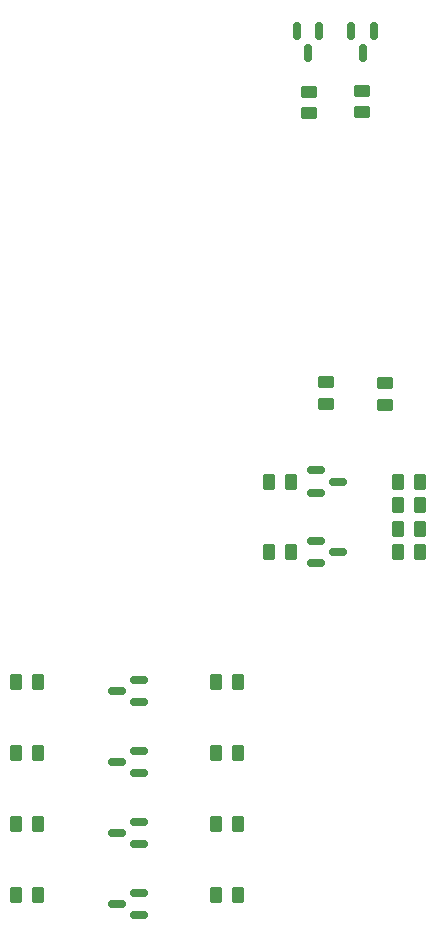
<source format=gtp>
%TF.GenerationSoftware,KiCad,Pcbnew,8.0.8*%
%TF.CreationDate,2025-02-06T19:54:35+00:00*%
%TF.ProjectId,TeensyELS,5465656e-7379-4454-9c53-2e6b69636164,rev?*%
%TF.SameCoordinates,Original*%
%TF.FileFunction,Paste,Top*%
%TF.FilePolarity,Positive*%
%FSLAX46Y46*%
G04 Gerber Fmt 4.6, Leading zero omitted, Abs format (unit mm)*
G04 Created by KiCad (PCBNEW 8.0.8) date 2025-02-06 19:54:35*
%MOMM*%
%LPD*%
G01*
G04 APERTURE LIST*
G04 Aperture macros list*
%AMRoundRect*
0 Rectangle with rounded corners*
0 $1 Rounding radius*
0 $2 $3 $4 $5 $6 $7 $8 $9 X,Y pos of 4 corners*
0 Add a 4 corners polygon primitive as box body*
4,1,4,$2,$3,$4,$5,$6,$7,$8,$9,$2,$3,0*
0 Add four circle primitives for the rounded corners*
1,1,$1+$1,$2,$3*
1,1,$1+$1,$4,$5*
1,1,$1+$1,$6,$7*
1,1,$1+$1,$8,$9*
0 Add four rect primitives between the rounded corners*
20,1,$1+$1,$2,$3,$4,$5,0*
20,1,$1+$1,$4,$5,$6,$7,0*
20,1,$1+$1,$6,$7,$8,$9,0*
20,1,$1+$1,$8,$9,$2,$3,0*%
G04 Aperture macros list end*
%ADD10RoundRect,0.150000X0.587500X0.150000X-0.587500X0.150000X-0.587500X-0.150000X0.587500X-0.150000X0*%
%ADD11RoundRect,0.250000X0.262500X0.450000X-0.262500X0.450000X-0.262500X-0.450000X0.262500X-0.450000X0*%
%ADD12RoundRect,0.250000X-0.262500X-0.450000X0.262500X-0.450000X0.262500X0.450000X-0.262500X0.450000X0*%
%ADD13RoundRect,0.150000X-0.587500X-0.150000X0.587500X-0.150000X0.587500X0.150000X-0.587500X0.150000X0*%
%ADD14RoundRect,0.150000X-0.150000X0.587500X-0.150000X-0.587500X0.150000X-0.587500X0.150000X0.587500X0*%
%ADD15RoundRect,0.250000X-0.450000X0.262500X-0.450000X-0.262500X0.450000X-0.262500X0.450000X0.262500X0*%
%ADD16RoundRect,0.250000X0.450000X-0.262500X0.450000X0.262500X-0.450000X0.262500X-0.450000X-0.262500X0*%
G04 APERTURE END LIST*
D10*
%TO.C,Q3*%
X78175000Y-94200000D03*
X78175000Y-92300000D03*
X76300000Y-93250000D03*
%TD*%
D11*
%TO.C,R18*%
X91000000Y-69500000D03*
X89175000Y-69500000D03*
%TD*%
D12*
%TO.C,R4*%
X67762500Y-92500000D03*
X69587500Y-92500000D03*
%TD*%
D13*
%TO.C,Q8*%
X93125000Y-68550000D03*
X93125000Y-70450000D03*
X95000000Y-69500000D03*
%TD*%
D14*
%TO.C,Q7*%
X98025000Y-31368750D03*
X96125000Y-31368750D03*
X97075000Y-33243750D03*
%TD*%
D15*
%TO.C,R11*%
X99000000Y-61175000D03*
X99000000Y-63000000D03*
%TD*%
D16*
%TO.C,R12*%
X94000000Y-62912500D03*
X94000000Y-61087500D03*
%TD*%
D11*
%TO.C,R7*%
X86500000Y-104500000D03*
X84675000Y-104500000D03*
%TD*%
%TO.C,R14*%
X101912500Y-75500000D03*
X100087500Y-75500000D03*
%TD*%
%TO.C,R1*%
X86500000Y-98500000D03*
X84675000Y-98500000D03*
%TD*%
D12*
%TO.C,R6*%
X67762500Y-86500000D03*
X69587500Y-86500000D03*
%TD*%
D11*
%TO.C,R3*%
X86500000Y-92500000D03*
X84675000Y-92500000D03*
%TD*%
%TO.C,R15*%
X101912500Y-73500000D03*
X100087500Y-73500000D03*
%TD*%
D10*
%TO.C,Q2*%
X78175000Y-100200000D03*
X78175000Y-98300000D03*
X76300000Y-99250000D03*
%TD*%
D11*
%TO.C,R17*%
X91000000Y-75500000D03*
X89175000Y-75500000D03*
%TD*%
%TO.C,R16*%
X101912500Y-69500000D03*
X100087500Y-69500000D03*
%TD*%
D10*
%TO.C,Q5*%
X78175000Y-106200000D03*
X78175000Y-104300000D03*
X76300000Y-105250000D03*
%TD*%
D11*
%TO.C,R5*%
X86500000Y-86500000D03*
X84675000Y-86500000D03*
%TD*%
D13*
%TO.C,Q1*%
X93125000Y-74500000D03*
X93125000Y-76400000D03*
X95000000Y-75450000D03*
%TD*%
D15*
%TO.C,R9*%
X92500000Y-36506250D03*
X92500000Y-38331250D03*
%TD*%
D10*
%TO.C,Q4*%
X78175000Y-88200000D03*
X78175000Y-86300000D03*
X76300000Y-87250000D03*
%TD*%
D15*
%TO.C,R10*%
X97000000Y-36418750D03*
X97000000Y-38243750D03*
%TD*%
D12*
%TO.C,R2*%
X67762500Y-98500000D03*
X69587500Y-98500000D03*
%TD*%
%TO.C,R8*%
X67762500Y-104500000D03*
X69587500Y-104500000D03*
%TD*%
D14*
%TO.C,Q6*%
X93400000Y-31368750D03*
X91500000Y-31368750D03*
X92450000Y-33243750D03*
%TD*%
D11*
%TO.C,R13*%
X101912500Y-71500000D03*
X100087500Y-71500000D03*
%TD*%
M02*

</source>
